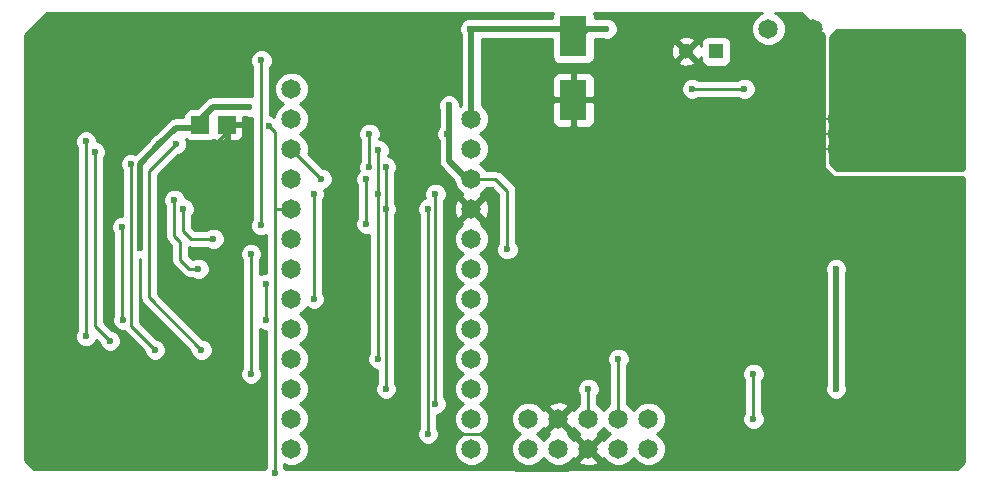
<source format=gbl>
G04 #@! TF.FileFunction,Copper,L2,Bot,Signal*
%FSLAX46Y46*%
G04 Gerber Fmt 4.6, Leading zero omitted, Abs format (unit mm)*
G04 Created by KiCad (PCBNEW 0.201507012246+5852~23~ubuntu14.04.1-product) date Sat 04 Jul 2015 06:56:47 PM CDT*
%MOMM*%
G01*
G04 APERTURE LIST*
%ADD10C,0.100000*%
%ADD11R,1.498600X1.498600*%
%ADD12C,1.651000*%
%ADD13C,1.016000*%
%ADD14R,2.301240X3.500120*%
%ADD15C,1.300000*%
%ADD16R,1.300000X1.300000*%
%ADD17C,0.600000*%
%ADD18C,0.250000*%
%ADD19C,0.500000*%
%ADD20C,0.254000*%
G04 APERTURE END LIST*
D10*
D11*
X83939380Y-119888000D03*
X86240620Y-119888000D03*
D12*
X111760000Y-147320000D03*
X111760000Y-144780000D03*
X114300000Y-147320000D03*
X116840000Y-147320000D03*
X114300000Y-144780000D03*
X116840000Y-144780000D03*
X119380000Y-147320000D03*
X119380000Y-144780000D03*
X121920000Y-147320000D03*
X121920000Y-144780000D03*
D13*
X136525000Y-120650000D03*
X136525000Y-119380000D03*
X136525000Y-121920000D03*
X137541000Y-119380000D03*
X137541000Y-120650000D03*
X137541000Y-121920000D03*
X135509000Y-121920000D03*
X135509000Y-120650000D03*
X135509000Y-119380000D03*
D12*
X132080000Y-111760000D03*
X135890000Y-111760000D03*
X91694000Y-116840000D03*
X91694000Y-119380000D03*
X91694000Y-121920000D03*
X91694000Y-124460000D03*
X91694000Y-127000000D03*
X91694000Y-129540000D03*
X91694000Y-132080000D03*
X91694000Y-134620000D03*
X91694000Y-137160000D03*
X91694000Y-139700000D03*
X91694000Y-142240000D03*
X91694000Y-144780000D03*
X91694000Y-147320000D03*
X106934000Y-147320000D03*
X106934000Y-144780000D03*
X106934000Y-142240000D03*
X106934000Y-139700000D03*
X106934000Y-137160000D03*
X106934000Y-134620000D03*
X106934000Y-132080000D03*
X106934000Y-129540000D03*
X106934000Y-127000000D03*
X106934000Y-124460000D03*
X106934000Y-121920000D03*
X106934000Y-119380000D03*
D14*
X115570000Y-117762020D03*
X115570000Y-112361980D03*
D15*
X125135000Y-113665000D03*
D16*
X127635000Y-113665000D03*
D17*
X88900000Y-145415000D03*
X142875000Y-114935000D03*
X147955000Y-121285000D03*
X76073000Y-148717000D03*
X109474000Y-144780000D03*
X80772000Y-118110000D03*
X82804000Y-118110000D03*
X84074000Y-134366000D03*
X81280000Y-130302000D03*
X87376000Y-125222000D03*
X83058000Y-123698000D03*
X87884000Y-121412000D03*
X72390000Y-118618000D03*
X72390000Y-143383000D03*
X93345000Y-112268000D03*
X97028000Y-133350000D03*
X109474000Y-147574000D03*
X97028000Y-144526000D03*
X105537000Y-116205000D03*
X108458000Y-116205000D03*
X95377000Y-116205000D03*
X137795000Y-147955000D03*
X125095000Y-147955000D03*
X97028000Y-137922000D03*
X101473000Y-130302000D03*
X96901000Y-130302000D03*
X118364000Y-111760000D03*
X106807000Y-111760000D03*
X125603000Y-116840000D03*
X130048000Y-116840000D03*
X116840000Y-142240000D03*
X137795000Y-142240000D03*
X137795000Y-132080000D03*
X104902000Y-120650000D03*
X105029000Y-118237000D03*
X78867000Y-130302000D03*
X88138000Y-118364000D03*
X80518000Y-121539000D03*
X109982000Y-130429000D03*
X89789000Y-120015000D03*
X90297000Y-149352000D03*
X81915000Y-121539000D03*
X84074000Y-138938000D03*
X74295000Y-121285000D03*
X74295000Y-137795000D03*
X76327000Y-138176000D03*
X75057000Y-122174000D03*
X80137000Y-138938000D03*
X78105000Y-123190000D03*
X83820000Y-132080000D03*
X81788000Y-126238000D03*
X82550000Y-127000000D03*
X85090000Y-129540000D03*
X77343000Y-128524000D03*
X77470000Y-136398000D03*
X89535000Y-136398000D03*
X89535000Y-133350000D03*
X89154000Y-128397000D03*
X89154000Y-114427000D03*
X93599000Y-134620000D03*
X93599000Y-125730000D03*
X103886000Y-125730000D03*
X103886000Y-143510000D03*
X103251000Y-127000000D03*
X103251000Y-146050000D03*
X119380000Y-139700000D03*
X98298000Y-123444000D03*
X98298000Y-120650000D03*
X98044000Y-128270000D03*
X98044000Y-124460000D03*
X94234000Y-124460000D03*
X99695000Y-142240000D03*
X99695000Y-123444000D03*
X99695000Y-127000000D03*
X99060000Y-139700000D03*
X99060000Y-122047000D03*
X99060000Y-125730000D03*
X130810000Y-140970000D03*
X88265000Y-140970000D03*
X88265000Y-130810000D03*
X130810000Y-144780000D03*
D18*
X115062000Y-149098000D02*
X116840000Y-147320000D01*
X109728000Y-148082000D02*
X109474000Y-147574000D01*
X110744000Y-149098000D02*
X109728000Y-148082000D01*
X115062000Y-149098000D02*
X110744000Y-149098000D01*
X109474000Y-144780000D02*
X109474000Y-147574000D01*
X86240620Y-119888000D02*
X86240620Y-120515380D01*
X83058000Y-124206000D02*
X84074000Y-125222000D01*
X84074000Y-125222000D02*
X87376000Y-125222000D01*
X86240620Y-120515380D02*
X83058000Y-123698000D01*
X83058000Y-123698000D02*
X83058000Y-124206000D01*
X88138000Y-119888000D02*
X87884000Y-120142000D01*
X87884000Y-120142000D02*
X87884000Y-121412000D01*
X86240620Y-119888000D02*
X88138000Y-119888000D01*
X72517000Y-148082000D02*
X76073000Y-148717000D01*
X72390000Y-147955000D02*
X72390000Y-143383000D01*
X72517000Y-148082000D02*
X72390000Y-147955000D01*
X72390000Y-118618000D02*
X72390000Y-143383000D01*
X95377000Y-114300000D02*
X93345000Y-112268000D01*
X97028000Y-133350000D02*
X97028000Y-131699000D01*
X109474000Y-147574000D02*
X109474000Y-146812000D01*
X99822000Y-147320000D02*
X97028000Y-144526000D01*
X104140000Y-147320000D02*
X99822000Y-147320000D01*
X105410000Y-146050000D02*
X104140000Y-147320000D01*
X108712000Y-146050000D02*
X105410000Y-146050000D01*
X109474000Y-146812000D02*
X108712000Y-146050000D01*
X97028000Y-137922000D02*
X97028000Y-144526000D01*
X97028000Y-133350000D02*
X97028000Y-137922000D01*
X95377000Y-130048000D02*
X95377000Y-116205000D01*
X96964500Y-131635500D02*
X95377000Y-130048000D01*
X97028000Y-131699000D02*
X96964500Y-131635500D01*
X95377000Y-116205000D02*
X95377000Y-114300000D01*
X95377000Y-116205000D02*
X105537000Y-116205000D01*
X137795000Y-147955000D02*
X125095000Y-147955000D01*
X96964500Y-130365500D02*
X96964500Y-131635500D01*
X96964500Y-130365500D02*
X96901000Y-130302000D01*
D19*
X115951000Y-111760000D02*
X116713000Y-111760000D01*
X118364000Y-111760000D02*
X115951000Y-111760000D01*
X116713000Y-111760000D02*
X116111020Y-112361980D01*
X116111020Y-112361980D02*
X115570000Y-112361980D01*
X106807000Y-111760000D02*
X114968020Y-111760000D01*
X114968020Y-111760000D02*
X115570000Y-112361980D01*
X106934000Y-119380000D02*
X106934000Y-111887000D01*
D18*
X106934000Y-111887000D02*
X106807000Y-111760000D01*
X125603000Y-116840000D02*
X130048000Y-116840000D01*
X116840000Y-142240000D02*
X116840000Y-144780000D01*
D19*
X137795000Y-142240000D02*
X137795000Y-132080000D01*
D18*
X104902000Y-120650000D02*
X105029000Y-120650000D01*
D19*
X80518000Y-121539000D02*
X81915000Y-120142000D01*
X81915000Y-120142000D02*
X83685380Y-120142000D01*
D18*
X83685380Y-120142000D02*
X83939380Y-119888000D01*
D19*
X105029000Y-122936000D02*
X105029000Y-120650000D01*
X105029000Y-120650000D02*
X105029000Y-118237000D01*
X106553000Y-124460000D02*
X105029000Y-122936000D01*
D18*
X106934000Y-124460000D02*
X106553000Y-124460000D01*
D19*
X80518000Y-121539000D02*
X78867000Y-123190000D01*
X78867000Y-123190000D02*
X78867000Y-130302000D01*
X83939380Y-119888000D02*
X83939380Y-119514620D01*
X83939380Y-119514620D02*
X85090000Y-118364000D01*
X85090000Y-118364000D02*
X88138000Y-118364000D01*
D18*
X83312000Y-120142000D02*
X83939380Y-119888000D01*
X83566000Y-119888000D02*
X83312000Y-120142000D01*
X83939380Y-119888000D02*
X83566000Y-119888000D01*
X109982000Y-130429000D02*
X109982000Y-125476000D01*
X109982000Y-125476000D02*
X108966000Y-124460000D01*
X108966000Y-124460000D02*
X106934000Y-124460000D01*
X91694000Y-127000000D02*
X90297000Y-127000000D01*
X90297000Y-125603000D02*
X90297000Y-127000000D01*
X90297000Y-127000000D02*
X90297000Y-149352000D01*
X89789000Y-120015000D02*
X90297000Y-120523000D01*
X90297000Y-120523000D02*
X90297000Y-125603000D01*
X79629000Y-123825000D02*
X81915000Y-121539000D01*
X79629000Y-134493000D02*
X79629000Y-123825000D01*
X84074000Y-138938000D02*
X79629000Y-134493000D01*
X74295000Y-137795000D02*
X74295000Y-121285000D01*
X75057000Y-136906000D02*
X76327000Y-138176000D01*
X75057000Y-122174000D02*
X75057000Y-136906000D01*
X78105000Y-136906000D02*
X80137000Y-138938000D01*
X78105000Y-123190000D02*
X78105000Y-136906000D01*
X83058000Y-132080000D02*
X83820000Y-132080000D01*
X81788000Y-129286000D02*
X82296000Y-129794000D01*
X82296000Y-129794000D02*
X82296000Y-131318000D01*
X82296000Y-131318000D02*
X83058000Y-132080000D01*
X81788000Y-126238000D02*
X81788000Y-129286000D01*
X83185000Y-129540000D02*
X85090000Y-129540000D01*
X82550000Y-127000000D02*
X82550000Y-128524000D01*
X82550000Y-128524000D02*
X82550000Y-128905000D01*
X82550000Y-128905000D02*
X83185000Y-129540000D01*
X77343000Y-136271000D02*
X77343000Y-128524000D01*
X77470000Y-136398000D02*
X77343000Y-136271000D01*
X89535000Y-133350000D02*
X89535000Y-136398000D01*
X89154000Y-114427000D02*
X89154000Y-128397000D01*
X93599000Y-125730000D02*
X93599000Y-134620000D01*
X103886000Y-143510000D02*
X103886000Y-125730000D01*
X103251000Y-145288000D02*
X103251000Y-127000000D01*
X103251000Y-146050000D02*
X103251000Y-145288000D01*
X119380000Y-144780000D02*
X119380000Y-139700000D01*
X98298000Y-120650000D02*
X98298000Y-123444000D01*
X98044000Y-127127000D02*
X98044000Y-128270000D01*
X98044000Y-126619000D02*
X98044000Y-127127000D01*
X98044000Y-124460000D02*
X98044000Y-126619000D01*
X94234000Y-124460000D02*
X91694000Y-121920000D01*
X99695000Y-127000000D02*
X99695000Y-127381000D01*
X99695000Y-127889000D02*
X99695000Y-142240000D01*
X99695000Y-127381000D02*
X99695000Y-127889000D01*
X99695000Y-127000000D02*
X99695000Y-123444000D01*
X99060000Y-125730000D02*
X99060000Y-139700000D01*
X99060000Y-125730000D02*
X99060000Y-122047000D01*
X130810000Y-140970000D02*
X130810000Y-144780000D01*
X88265000Y-140970000D02*
X88265000Y-130810000D01*
D20*
G36*
X148667000Y-112297736D02*
X148667000Y-123568394D01*
X148537394Y-123698000D01*
X137847605Y-123698000D01*
X137287000Y-123137394D01*
X137287000Y-112447605D01*
X137847605Y-111887000D01*
X148256264Y-111887000D01*
X148667000Y-112297736D01*
X148667000Y-112297736D01*
G37*
X148667000Y-112297736D02*
X148667000Y-123568394D01*
X148537394Y-123698000D01*
X137847605Y-123698000D01*
X137287000Y-123137394D01*
X137287000Y-112447605D01*
X137847605Y-111887000D01*
X148256264Y-111887000D01*
X148667000Y-112297736D01*
G36*
X113771940Y-110611920D02*
X113771940Y-110875000D01*
X107113822Y-110875000D01*
X106993799Y-110825162D01*
X106621833Y-110824838D01*
X106278057Y-110966883D01*
X106014808Y-111229673D01*
X105872162Y-111573201D01*
X105871838Y-111945167D01*
X106013883Y-112288943D01*
X106049000Y-112324121D01*
X106049000Y-118199798D01*
X105963959Y-118284690D01*
X105964162Y-118051833D01*
X105822117Y-117708057D01*
X105559327Y-117444808D01*
X105215799Y-117302162D01*
X104843833Y-117301838D01*
X104500057Y-117443883D01*
X104236808Y-117706673D01*
X104094162Y-118050201D01*
X104093838Y-118422167D01*
X104144000Y-118543569D01*
X104144000Y-120085541D01*
X104109808Y-120119673D01*
X103967162Y-120463201D01*
X103966838Y-120835167D01*
X104108883Y-121178943D01*
X104144000Y-121214121D01*
X104144000Y-122935995D01*
X104143999Y-122936000D01*
X104194524Y-123190000D01*
X104211367Y-123274675D01*
X104279604Y-123376799D01*
X104403210Y-123561790D01*
X105473349Y-124631929D01*
X105473247Y-124749237D01*
X105695126Y-125286226D01*
X106105613Y-125697430D01*
X106168366Y-125723487D01*
X106164656Y-125725024D01*
X106087390Y-125973785D01*
X106934000Y-126820395D01*
X107780610Y-125973785D01*
X107703344Y-125725024D01*
X107699926Y-125723789D01*
X107760226Y-125698874D01*
X108171430Y-125288387D01*
X108199827Y-125220000D01*
X108651198Y-125220000D01*
X109222000Y-125790802D01*
X109222000Y-129866537D01*
X109189808Y-129898673D01*
X109047162Y-130242201D01*
X109046838Y-130614167D01*
X109188883Y-130957943D01*
X109451673Y-131221192D01*
X109795201Y-131363838D01*
X110167167Y-131364162D01*
X110354197Y-131286883D01*
X137266057Y-131286883D01*
X137002808Y-131549673D01*
X136860162Y-131893201D01*
X136859838Y-132265167D01*
X136910000Y-132386569D01*
X136910000Y-141933178D01*
X136860162Y-142053201D01*
X136859838Y-142425167D01*
X137001883Y-142768943D01*
X137264673Y-143032192D01*
X137608201Y-143174838D01*
X137980167Y-143175162D01*
X138323943Y-143033117D01*
X138587192Y-142770327D01*
X138729838Y-142426799D01*
X138730162Y-142054833D01*
X138680000Y-141933431D01*
X138680000Y-132386822D01*
X138729838Y-132266799D01*
X138730162Y-131894833D01*
X138588117Y-131551057D01*
X138325327Y-131287808D01*
X137981799Y-131145162D01*
X137609833Y-131144838D01*
X137266057Y-131286883D01*
X110354197Y-131286883D01*
X110510943Y-131222117D01*
X110774192Y-130959327D01*
X110916838Y-130615799D01*
X110917162Y-130243833D01*
X110775117Y-129900057D01*
X110742000Y-129866882D01*
X110742000Y-125476000D01*
X110684148Y-125185161D01*
X110519401Y-124938599D01*
X109503401Y-123922599D01*
X109256839Y-123757852D01*
X108966000Y-123700000D01*
X108200238Y-123700000D01*
X108172874Y-123633774D01*
X107762387Y-123222570D01*
X107684421Y-123190196D01*
X107760226Y-123158874D01*
X108171430Y-122748387D01*
X108394246Y-122211786D01*
X108394753Y-121630763D01*
X108172874Y-121093774D01*
X107762387Y-120682570D01*
X107684421Y-120650196D01*
X107760226Y-120618874D01*
X108171430Y-120208387D01*
X108394246Y-119671786D01*
X108394753Y-119090763D01*
X108172874Y-118553774D01*
X107819000Y-118199282D01*
X107819000Y-117889020D01*
X113943130Y-117889020D01*
X113784380Y-118047770D01*
X113784380Y-119638389D01*
X113881053Y-119871778D01*
X114059681Y-120050407D01*
X114293070Y-120147080D01*
X115284250Y-120147080D01*
X115443000Y-119988330D01*
X115443000Y-117889020D01*
X115697000Y-117889020D01*
X115697000Y-119988330D01*
X115855750Y-120147080D01*
X116846930Y-120147080D01*
X117080319Y-120050407D01*
X117258947Y-119871778D01*
X117355620Y-119638389D01*
X117355620Y-118047770D01*
X117196870Y-117889020D01*
X115697000Y-117889020D01*
X115443000Y-117889020D01*
X115443000Y-117889020D01*
X113943130Y-117889020D01*
X107819000Y-117889020D01*
X107819000Y-117774838D01*
X125416201Y-117774838D01*
X125788167Y-117775162D01*
X126131943Y-117633117D01*
X126165118Y-117600000D01*
X129485537Y-117600000D01*
X129517673Y-117632192D01*
X129861201Y-117774838D01*
X130233167Y-117775162D01*
X130576943Y-117633117D01*
X130840192Y-117370327D01*
X130982838Y-117026799D01*
X130983162Y-116654833D01*
X130841117Y-116311057D01*
X130578327Y-116047808D01*
X130234799Y-115905162D01*
X129862833Y-115904838D01*
X129519057Y-116046883D01*
X129485882Y-116080000D01*
X126165463Y-116080000D01*
X126133327Y-116047808D01*
X125789799Y-115905162D01*
X125417833Y-115904838D01*
X117355620Y-115904838D01*
X117355620Y-115885651D01*
X117258947Y-115652262D01*
X117080319Y-115473633D01*
X116846930Y-115376960D01*
X115855750Y-115376960D01*
X115697000Y-115535710D01*
X115697000Y-117635020D01*
X117196870Y-117635020D01*
X117355620Y-117476270D01*
X117355620Y-115904838D01*
X125417833Y-115904838D01*
X117355620Y-115904838D01*
X117355620Y-115904838D01*
X125417833Y-115904838D01*
X125074057Y-116046883D01*
X124810808Y-116309673D01*
X124668162Y-116653201D01*
X124667838Y-117025167D01*
X124809883Y-117368943D01*
X125072673Y-117632192D01*
X125416201Y-117774838D01*
X107819000Y-117774838D01*
X107819000Y-115376960D01*
X114293070Y-115376960D01*
X114059681Y-115473633D01*
X113881053Y-115652262D01*
X113784380Y-115885651D01*
X113784380Y-117476270D01*
X113943130Y-117635020D01*
X115443000Y-117635020D01*
X115443000Y-115535710D01*
X115284250Y-115376960D01*
X114293070Y-115376960D01*
X107819000Y-115376960D01*
X107819000Y-112645000D01*
X113771940Y-112645000D01*
X113771940Y-114112040D01*
X113818917Y-114354163D01*
X113958707Y-114566967D01*
X114169740Y-114709417D01*
X114419380Y-114759480D01*
X116720620Y-114759480D01*
X116962743Y-114712503D01*
X117175547Y-114572713D01*
X117181418Y-114564016D01*
X124415590Y-114564016D01*
X124471271Y-114794611D01*
X124954078Y-114962622D01*
X125464428Y-114933083D01*
X125798729Y-114794611D01*
X125854410Y-114564016D01*
X125674804Y-114384410D01*
X126034016Y-114384410D01*
X126264611Y-114328729D01*
X126337560Y-114119098D01*
X126337560Y-114315000D01*
X126384537Y-114557123D01*
X126524327Y-114769927D01*
X126735360Y-114912377D01*
X126985000Y-114962440D01*
X128285000Y-114962440D01*
X128527123Y-114915463D01*
X128739927Y-114775673D01*
X128882377Y-114564640D01*
X128932440Y-114315000D01*
X128932440Y-113015000D01*
X128885463Y-112772877D01*
X128745673Y-112560073D01*
X128534640Y-112417623D01*
X128285000Y-112367560D01*
X126985000Y-112367560D01*
X125316445Y-112367560D01*
X125315922Y-112367378D01*
X124805572Y-112396917D01*
X124471271Y-112535389D01*
X124415590Y-112765984D01*
X125135000Y-113485395D01*
X125854410Y-112765984D01*
X125798729Y-112535389D01*
X125316445Y-112367560D01*
X126985000Y-112367560D01*
X125316445Y-112367560D01*
X125316445Y-112367560D01*
X126985000Y-112367560D01*
X126742877Y-112414537D01*
X126530073Y-112554327D01*
X126387623Y-112765360D01*
X126337560Y-113015000D01*
X126337560Y-113177385D01*
X126264611Y-113001271D01*
X126034016Y-112945590D01*
X125314605Y-113665000D01*
X124955395Y-113665000D01*
X124955395Y-113665000D01*
X124235984Y-112945590D01*
X124005389Y-113001271D01*
X123837378Y-113484078D01*
X123866917Y-113994428D01*
X124005389Y-114328729D01*
X124235984Y-114384410D01*
X124955395Y-113665000D01*
X125314605Y-113665000D01*
X124955395Y-113665000D01*
X124955395Y-113665000D01*
X125314605Y-113665000D01*
X126034016Y-114384410D01*
X125674804Y-114384410D01*
X125135000Y-113844605D01*
X124415590Y-114564016D01*
X117181418Y-114564016D01*
X117317997Y-114361680D01*
X117368060Y-114112040D01*
X117368060Y-112645000D01*
X118057178Y-112645000D01*
X118177201Y-112694838D01*
X118549167Y-112695162D01*
X118892943Y-112553117D01*
X119156192Y-112290327D01*
X119298838Y-111946799D01*
X119299162Y-111574833D01*
X119157117Y-111231057D01*
X118894327Y-110967808D01*
X118550799Y-110825162D01*
X118178833Y-110824838D01*
X118057431Y-110875000D01*
X117368060Y-110875000D01*
X117368060Y-110611920D01*
X117329465Y-110413000D01*
X131515459Y-110413000D01*
X131253774Y-110521126D01*
X130842570Y-110931613D01*
X130619754Y-111468214D01*
X130619247Y-112049237D01*
X130841126Y-112586226D01*
X131251613Y-112997430D01*
X131788214Y-113220246D01*
X132369237Y-113220753D01*
X132906226Y-112998874D01*
X133317430Y-112588387D01*
X133540246Y-112051786D01*
X133540753Y-111470763D01*
X133318874Y-110933774D01*
X132908387Y-110522570D01*
X132644513Y-110413000D01*
X134871394Y-110413000D01*
X136779000Y-112320606D01*
X136779000Y-123443994D01*
X136778999Y-123444000D01*
X136788667Y-123492601D01*
X136816197Y-123533803D01*
X137578194Y-124295799D01*
X137578197Y-124295803D01*
X137578198Y-124295803D01*
X137619399Y-124323333D01*
X137668000Y-124333001D01*
X137668000Y-124333000D01*
X148537394Y-124333000D01*
X148667000Y-124462606D01*
X148667000Y-148433264D01*
X148052264Y-149048000D01*
X91183061Y-149048000D01*
X91090117Y-148823057D01*
X91059454Y-148792340D01*
X116617131Y-148792340D01*
X117197535Y-148765553D01*
X117609344Y-148594976D01*
X117686610Y-148346215D01*
X116840000Y-147499605D01*
X115993390Y-148346215D01*
X115339256Y-148346215D01*
X115537430Y-148148387D01*
X115563487Y-148085634D01*
X115565024Y-148089344D01*
X115813785Y-148166610D01*
X116660395Y-147320000D01*
X115813785Y-146473390D01*
X115565024Y-146550656D01*
X115563789Y-146554074D01*
X115538874Y-146493774D01*
X115128387Y-146082570D01*
X115065634Y-146056513D01*
X115069344Y-146054976D01*
X115146610Y-145806215D01*
X114300000Y-144959605D01*
X113453390Y-145806215D01*
X113530656Y-146054976D01*
X113534074Y-146056211D01*
X113473774Y-146081126D01*
X113062570Y-146491613D01*
X113030196Y-146569579D01*
X112998874Y-146493774D01*
X112588387Y-146082570D01*
X112510421Y-146050196D01*
X112586226Y-146018874D01*
X112997430Y-145608387D01*
X113023487Y-145545634D01*
X113025024Y-145549344D01*
X113273785Y-145626610D01*
X114120395Y-144780000D01*
X114479605Y-144780000D01*
X115326215Y-145626610D01*
X115574976Y-145549344D01*
X115576211Y-145545926D01*
X115601126Y-145606226D01*
X116011613Y-146017430D01*
X116074366Y-146043487D01*
X116070656Y-146045024D01*
X115993390Y-146293785D01*
X116840000Y-147140395D01*
X117686610Y-146293785D01*
X117609344Y-146045024D01*
X117605926Y-146043789D01*
X117666226Y-146018874D01*
X118077430Y-145608387D01*
X118109804Y-145530421D01*
X118141126Y-145606226D01*
X118551613Y-146017430D01*
X118629579Y-146049804D01*
X118553774Y-146081126D01*
X118142570Y-146491613D01*
X118116513Y-146554366D01*
X118114976Y-146550656D01*
X117866215Y-146473390D01*
X117019605Y-147320000D01*
X117866215Y-148166610D01*
X118114976Y-148089344D01*
X118116211Y-148085926D01*
X118141126Y-148146226D01*
X118551613Y-148557430D01*
X119088214Y-148780246D01*
X119669237Y-148780753D01*
X120206226Y-148558874D01*
X120617430Y-148148387D01*
X120649804Y-148070421D01*
X120681126Y-148146226D01*
X121091613Y-148557430D01*
X121628214Y-148780246D01*
X122209237Y-148780753D01*
X122746226Y-148558874D01*
X123157430Y-148148387D01*
X123380246Y-147611786D01*
X123380753Y-147030763D01*
X123158874Y-146493774D01*
X122748387Y-146082570D01*
X122670421Y-146050196D01*
X122746226Y-146018874D01*
X123157430Y-145608387D01*
X123380246Y-145071786D01*
X123380753Y-144490763D01*
X123158874Y-143953774D01*
X122748387Y-143542570D01*
X122211786Y-143319754D01*
X121630763Y-143319247D01*
X121093774Y-143541126D01*
X120682570Y-143951613D01*
X120650196Y-144029579D01*
X120618874Y-143953774D01*
X120208387Y-143542570D01*
X120140000Y-143514173D01*
X120140000Y-140262463D01*
X120172192Y-140230327D01*
X120194384Y-140176883D01*
X130281057Y-140176883D01*
X130017808Y-140439673D01*
X129875162Y-140783201D01*
X129874838Y-141155167D01*
X130016883Y-141498943D01*
X130050000Y-141532118D01*
X130050000Y-144217537D01*
X130017808Y-144249673D01*
X129875162Y-144593201D01*
X129874838Y-144965167D01*
X130016883Y-145308943D01*
X130279673Y-145572192D01*
X130623201Y-145714838D01*
X130995167Y-145715162D01*
X131338943Y-145573117D01*
X131602192Y-145310327D01*
X131744838Y-144966799D01*
X131745162Y-144594833D01*
X131603117Y-144251057D01*
X131570000Y-144217882D01*
X131570000Y-141532463D01*
X131602192Y-141500327D01*
X131744838Y-141156799D01*
X131745162Y-140784833D01*
X131603117Y-140441057D01*
X131340327Y-140177808D01*
X130996799Y-140035162D01*
X130624833Y-140034838D01*
X130281057Y-140176883D01*
X120194384Y-140176883D01*
X120314838Y-139886799D01*
X120315162Y-139514833D01*
X120173117Y-139171057D01*
X119910327Y-138907808D01*
X119566799Y-138765162D01*
X119194833Y-138764838D01*
X118851057Y-138906883D01*
X108186554Y-138906883D01*
X108172874Y-138873774D01*
X107762387Y-138462570D01*
X107684421Y-138430196D01*
X107760226Y-138398874D01*
X108171430Y-137988387D01*
X108394246Y-137451786D01*
X108394753Y-136870763D01*
X108172874Y-136333774D01*
X107762387Y-135922570D01*
X107684421Y-135890196D01*
X107760226Y-135858874D01*
X108171430Y-135448387D01*
X108394246Y-134911786D01*
X108394753Y-134330763D01*
X108172874Y-133793774D01*
X107762387Y-133382570D01*
X107684421Y-133350196D01*
X107760226Y-133318874D01*
X108171430Y-132908387D01*
X108394246Y-132371786D01*
X108394753Y-131790763D01*
X108172874Y-131253774D01*
X107762387Y-130842570D01*
X107684421Y-130810196D01*
X107760226Y-130778874D01*
X108171430Y-130368387D01*
X108394246Y-129831786D01*
X108394753Y-129250763D01*
X108172874Y-128713774D01*
X107762387Y-128302570D01*
X107699634Y-128276513D01*
X107703344Y-128274976D01*
X107780610Y-128026215D01*
X106934000Y-127179605D01*
X106087390Y-128026215D01*
X106164656Y-128274976D01*
X106168074Y-128276211D01*
X106107774Y-128301126D01*
X105696570Y-128711613D01*
X105473754Y-129248214D01*
X105473247Y-129829237D01*
X105695126Y-130366226D01*
X106105613Y-130777430D01*
X106183579Y-130809804D01*
X106107774Y-130841126D01*
X105696570Y-131251613D01*
X105473754Y-131788214D01*
X105473247Y-132369237D01*
X105695126Y-132906226D01*
X106105613Y-133317430D01*
X106183579Y-133349804D01*
X106107774Y-133381126D01*
X105696570Y-133791613D01*
X105473754Y-134328214D01*
X105473247Y-134909237D01*
X105695126Y-135446226D01*
X106105613Y-135857430D01*
X106183579Y-135889804D01*
X106107774Y-135921126D01*
X105696570Y-136331613D01*
X105473754Y-136868214D01*
X105473247Y-137449237D01*
X105695126Y-137986226D01*
X106105613Y-138397430D01*
X106183579Y-138429804D01*
X106107774Y-138461126D01*
X105696570Y-138871613D01*
X105473754Y-139408214D01*
X105473247Y-139989237D01*
X105695126Y-140526226D01*
X106105613Y-140937430D01*
X106183579Y-140969804D01*
X106107774Y-141001126D01*
X105696570Y-141411613D01*
X105473754Y-141948214D01*
X105473247Y-142529237D01*
X105695126Y-143066226D01*
X106105613Y-143477430D01*
X106183579Y-143509804D01*
X106107774Y-143541126D01*
X105696570Y-143951613D01*
X105473754Y-144488214D01*
X105473247Y-145069237D01*
X105695126Y-145606226D01*
X106105613Y-146017430D01*
X106183579Y-146049804D01*
X106107774Y-146081126D01*
X105696570Y-146491613D01*
X105473754Y-147028214D01*
X105473247Y-147609237D01*
X105695126Y-148146226D01*
X106105613Y-148557430D01*
X106642214Y-148780246D01*
X107223237Y-148780753D01*
X107760226Y-148558874D01*
X108171430Y-148148387D01*
X108394246Y-147611786D01*
X108394753Y-147030763D01*
X108172874Y-146493774D01*
X107762387Y-146082570D01*
X107684421Y-146050196D01*
X107760226Y-146018874D01*
X108171430Y-145608387D01*
X108394246Y-145071786D01*
X108394753Y-144490763D01*
X108172874Y-143953774D01*
X107762387Y-143542570D01*
X107684421Y-143510196D01*
X107760226Y-143478874D01*
X108171430Y-143068387D01*
X108394246Y-142531786D01*
X108394753Y-141950763D01*
X108172874Y-141413774D01*
X107762387Y-141002570D01*
X107684421Y-140970196D01*
X107760226Y-140938874D01*
X108171430Y-140528387D01*
X108394246Y-139991786D01*
X108394753Y-139410763D01*
X108186554Y-138906883D01*
X118851057Y-138906883D01*
X108186554Y-138906883D01*
X108186554Y-138906883D01*
X118851057Y-138906883D01*
X118587808Y-139169673D01*
X118445162Y-139513201D01*
X118444838Y-139885167D01*
X118586883Y-140228943D01*
X118620000Y-140262118D01*
X118620000Y-143513762D01*
X118553774Y-143541126D01*
X118142570Y-143951613D01*
X118110196Y-144029579D01*
X118078874Y-143953774D01*
X117668387Y-143542570D01*
X117600000Y-143514173D01*
X117600000Y-142802463D01*
X117632192Y-142770327D01*
X117774838Y-142426799D01*
X117775162Y-142054833D01*
X117633117Y-141711057D01*
X117370327Y-141447808D01*
X117026799Y-141305162D01*
X116654833Y-141304838D01*
X116311057Y-141446883D01*
X116047808Y-141709673D01*
X115905162Y-142053201D01*
X115904838Y-142425167D01*
X116046883Y-142768943D01*
X116080000Y-142802118D01*
X116080000Y-143513762D01*
X115072058Y-143513762D01*
X115069344Y-143505024D01*
X114522869Y-143307660D01*
X113942465Y-143334447D01*
X113530656Y-143505024D01*
X113453390Y-143753785D01*
X114300000Y-144600395D01*
X115146610Y-143753785D01*
X115072058Y-143513762D01*
X116080000Y-143513762D01*
X115072058Y-143513762D01*
X115072058Y-143513762D01*
X116080000Y-143513762D01*
X116013774Y-143541126D01*
X115602570Y-143951613D01*
X115576513Y-144014366D01*
X115574976Y-144010656D01*
X115326215Y-143933390D01*
X114479605Y-144780000D01*
X114120395Y-144780000D01*
X114120395Y-144780000D01*
X113273785Y-143933390D01*
X113025024Y-144010656D01*
X113023789Y-144014074D01*
X112998874Y-143953774D01*
X112588387Y-143542570D01*
X112051786Y-143319754D01*
X111470763Y-143319247D01*
X110933774Y-143541126D01*
X110522570Y-143951613D01*
X110299754Y-144488214D01*
X110299247Y-145069237D01*
X110521126Y-145606226D01*
X110931613Y-146017430D01*
X111009579Y-146049804D01*
X110933774Y-146081126D01*
X110522570Y-146491613D01*
X110299754Y-147028214D01*
X110299247Y-147609237D01*
X110521126Y-148146226D01*
X110931613Y-148557430D01*
X111468214Y-148780246D01*
X112049237Y-148780753D01*
X112586226Y-148558874D01*
X112997430Y-148148387D01*
X113029804Y-148070421D01*
X113061126Y-148146226D01*
X113471613Y-148557430D01*
X114008214Y-148780246D01*
X114589237Y-148780753D01*
X115126226Y-148558874D01*
X115339256Y-148346215D01*
X115993390Y-148346215D01*
X115339256Y-148346215D01*
X115339256Y-148346215D01*
X115993390Y-148346215D01*
X116070656Y-148594976D01*
X116617131Y-148792340D01*
X91059454Y-148792340D01*
X91057000Y-148789882D01*
X91057000Y-148636901D01*
X91402214Y-148780246D01*
X91983237Y-148780753D01*
X92520226Y-148558874D01*
X92931430Y-148148387D01*
X93154246Y-147611786D01*
X93154753Y-147030763D01*
X92932874Y-146493774D01*
X92522387Y-146082570D01*
X92444421Y-146050196D01*
X92520226Y-146018874D01*
X92931430Y-145608387D01*
X92981611Y-145487537D01*
X102491000Y-145487537D01*
X102458808Y-145519673D01*
X102316162Y-145863201D01*
X102315838Y-146235167D01*
X102457883Y-146578943D01*
X102720673Y-146842192D01*
X103064201Y-146984838D01*
X103436167Y-146985162D01*
X103779943Y-146843117D01*
X104043192Y-146580327D01*
X104185838Y-146236799D01*
X104186162Y-145864833D01*
X104044117Y-145521057D01*
X104011000Y-145487882D01*
X104011000Y-144445110D01*
X104071167Y-144445162D01*
X104414943Y-144303117D01*
X104678192Y-144040327D01*
X104820838Y-143696799D01*
X104821162Y-143324833D01*
X104679117Y-142981057D01*
X104646000Y-142947882D01*
X104646000Y-126292463D01*
X104678192Y-126260327D01*
X104690513Y-126230656D01*
X105659024Y-126230656D01*
X105461660Y-126777131D01*
X105488447Y-127357535D01*
X105659024Y-127769344D01*
X105907785Y-127846610D01*
X106754395Y-127000000D01*
X107113605Y-127000000D01*
X107960215Y-127846610D01*
X108208976Y-127769344D01*
X108406340Y-127222869D01*
X108379553Y-126642465D01*
X108208976Y-126230656D01*
X107960215Y-126153390D01*
X107113605Y-127000000D01*
X106754395Y-127000000D01*
X106754395Y-127000000D01*
X105907785Y-126153390D01*
X105659024Y-126230656D01*
X104690513Y-126230656D01*
X104820838Y-125916799D01*
X104821162Y-125544833D01*
X104679117Y-125201057D01*
X104416327Y-124937808D01*
X104072799Y-124795162D01*
X103700833Y-124794838D01*
X103357057Y-124936883D01*
X100455000Y-124936883D01*
X100455000Y-124006463D01*
X100487192Y-123974327D01*
X100629838Y-123630799D01*
X100630162Y-123258833D01*
X100488117Y-122915057D01*
X100225327Y-122651808D01*
X99881799Y-122509162D01*
X99880497Y-122509161D01*
X99994838Y-122233799D01*
X99995162Y-121861833D01*
X99853117Y-121518057D01*
X99590327Y-121254808D01*
X99246799Y-121112162D01*
X99118543Y-121112050D01*
X99232838Y-120836799D01*
X99233162Y-120464833D01*
X99091117Y-120121057D01*
X98828327Y-119857808D01*
X98484799Y-119715162D01*
X98112833Y-119714838D01*
X97769057Y-119856883D01*
X97505808Y-120119673D01*
X97363162Y-120463201D01*
X97362838Y-120835167D01*
X97504883Y-121178943D01*
X97538000Y-121212118D01*
X97538000Y-122881537D01*
X97505808Y-122913673D01*
X97363162Y-123257201D01*
X97362838Y-123629167D01*
X97418322Y-123763449D01*
X97251808Y-123929673D01*
X97109162Y-124273201D01*
X97108838Y-124645167D01*
X97250883Y-124988943D01*
X97284000Y-125022118D01*
X97284000Y-127707537D01*
X97251808Y-127739673D01*
X97109162Y-128083201D01*
X97108838Y-128455167D01*
X97250883Y-128798943D01*
X97513673Y-129062192D01*
X97857201Y-129204838D01*
X98229167Y-129205162D01*
X98300000Y-129175894D01*
X98300000Y-139137537D01*
X98267808Y-139169673D01*
X98125162Y-139513201D01*
X98124838Y-139885167D01*
X98266883Y-140228943D01*
X98529673Y-140492192D01*
X98873201Y-140634838D01*
X98935000Y-140634892D01*
X98935000Y-141677537D01*
X98902808Y-141709673D01*
X98760162Y-142053201D01*
X98759838Y-142425167D01*
X98901883Y-142768943D01*
X99164673Y-143032192D01*
X99508201Y-143174838D01*
X99880167Y-143175162D01*
X100223943Y-143033117D01*
X100487192Y-142770327D01*
X100629838Y-142426799D01*
X100630162Y-142054833D01*
X100488117Y-141711057D01*
X100455000Y-141677882D01*
X100455000Y-127562463D01*
X100487192Y-127530327D01*
X100629838Y-127186799D01*
X100630162Y-126814833D01*
X100488117Y-126471057D01*
X100455000Y-126437882D01*
X100455000Y-124936883D01*
X103357057Y-124936883D01*
X100455000Y-124936883D01*
X100455000Y-124936883D01*
X103357057Y-124936883D01*
X103093808Y-125199673D01*
X102951162Y-125543201D01*
X102950838Y-125915167D01*
X103020432Y-126083597D01*
X102722057Y-126206883D01*
X102458808Y-126469673D01*
X102316162Y-126813201D01*
X102315838Y-127185167D01*
X102457883Y-127528943D01*
X102491000Y-127562118D01*
X102491000Y-145487537D01*
X92981611Y-145487537D01*
X93154246Y-145071786D01*
X93154753Y-144490763D01*
X92932874Y-143953774D01*
X92522387Y-143542570D01*
X92444421Y-143510196D01*
X92520226Y-143478874D01*
X92931430Y-143068387D01*
X93154246Y-142531786D01*
X93154753Y-141950763D01*
X92932874Y-141413774D01*
X92522387Y-141002570D01*
X92444421Y-140970196D01*
X92520226Y-140938874D01*
X92931430Y-140528387D01*
X93154246Y-139991786D01*
X93154753Y-139410763D01*
X92932874Y-138873774D01*
X92522387Y-138462570D01*
X92444421Y-138430196D01*
X92520226Y-138398874D01*
X92931430Y-137988387D01*
X93154246Y-137451786D01*
X93154753Y-136870763D01*
X92932874Y-136333774D01*
X92522387Y-135922570D01*
X92444421Y-135890196D01*
X92520226Y-135858874D01*
X92931430Y-135448387D01*
X92982362Y-135325730D01*
X93068673Y-135412192D01*
X93412201Y-135554838D01*
X93784167Y-135555162D01*
X94127943Y-135413117D01*
X94391192Y-135150327D01*
X94533838Y-134806799D01*
X94534162Y-134434833D01*
X94392117Y-134091057D01*
X94359000Y-134057882D01*
X94359000Y-126292463D01*
X94391192Y-126260327D01*
X94533838Y-125916799D01*
X94534162Y-125544833D01*
X94464568Y-125376403D01*
X94762943Y-125253117D01*
X95026192Y-124990327D01*
X95168838Y-124646799D01*
X95169162Y-124274833D01*
X95027117Y-123931057D01*
X94764327Y-123667808D01*
X94420799Y-123525162D01*
X94373923Y-123525121D01*
X93126766Y-122277964D01*
X93154246Y-122211786D01*
X93154753Y-121630763D01*
X92932874Y-121093774D01*
X92522387Y-120682570D01*
X92444421Y-120650196D01*
X92520226Y-120618874D01*
X92931430Y-120208387D01*
X93154246Y-119671786D01*
X93154753Y-119090763D01*
X92932874Y-118553774D01*
X92522387Y-118142570D01*
X92444421Y-118110196D01*
X92520226Y-118078874D01*
X92931430Y-117668387D01*
X93154246Y-117131786D01*
X93154753Y-116550763D01*
X92932874Y-116013774D01*
X92522387Y-115602570D01*
X91985786Y-115379754D01*
X91404763Y-115379247D01*
X90867774Y-115601126D01*
X90456570Y-116011613D01*
X90233754Y-116548214D01*
X90233247Y-117129237D01*
X90455126Y-117666226D01*
X90865613Y-118077430D01*
X90943579Y-118109804D01*
X90867774Y-118141126D01*
X90456570Y-118551613D01*
X90233754Y-119088214D01*
X90233668Y-119187239D01*
X89975799Y-119080162D01*
X89914000Y-119080108D01*
X89914000Y-114989463D01*
X89946192Y-114957327D01*
X90088838Y-114613799D01*
X90089162Y-114241833D01*
X89947117Y-113898057D01*
X89684327Y-113634808D01*
X89340799Y-113492162D01*
X88968833Y-113491838D01*
X88625057Y-113633883D01*
X88361808Y-113896673D01*
X88219162Y-114240201D01*
X88218838Y-114612167D01*
X88360883Y-114955943D01*
X88394000Y-114989118D01*
X88394000Y-117457897D01*
X88324799Y-117429162D01*
X87952833Y-117428838D01*
X87831431Y-117479000D01*
X85090000Y-117479000D01*
X84751325Y-117546367D01*
X84464210Y-117738210D01*
X84464208Y-117738213D01*
X83711160Y-118491260D01*
X83190080Y-118491260D01*
X82947957Y-118538237D01*
X82735153Y-118678027D01*
X82592703Y-118889060D01*
X82542640Y-119138700D01*
X82542640Y-119257000D01*
X81915000Y-119257000D01*
X81576325Y-119324367D01*
X81289210Y-119516210D01*
X81289208Y-119516213D01*
X80109164Y-120696256D01*
X79989057Y-120745883D01*
X79725808Y-121008673D01*
X79675434Y-121129987D01*
X78474425Y-122330995D01*
X78291799Y-122255162D01*
X77919833Y-122254838D01*
X77576057Y-122396883D01*
X77312808Y-122659673D01*
X77170162Y-123003201D01*
X77169838Y-123375167D01*
X77311883Y-123718943D01*
X77345000Y-123752118D01*
X77345000Y-127589001D01*
X77157833Y-127588838D01*
X76814057Y-127730883D01*
X76550808Y-127993673D01*
X76408162Y-128337201D01*
X76407838Y-128709167D01*
X76549883Y-129052943D01*
X76583000Y-129086118D01*
X76583000Y-136095995D01*
X76535162Y-136211201D01*
X76534838Y-136583167D01*
X76676883Y-136926943D01*
X76939673Y-137190192D01*
X77283201Y-137332838D01*
X77493846Y-137333021D01*
X77567599Y-137443401D01*
X79201878Y-139077680D01*
X79201838Y-139123167D01*
X79343883Y-139466943D01*
X79606673Y-139730192D01*
X79950201Y-139872838D01*
X80322167Y-139873162D01*
X80665943Y-139731117D01*
X80929192Y-139468327D01*
X81071838Y-139124799D01*
X81072162Y-138752833D01*
X80930117Y-138409057D01*
X80667327Y-138145808D01*
X80323799Y-138003162D01*
X80276923Y-138003121D01*
X78865000Y-136591198D01*
X78865000Y-131236999D01*
X78869000Y-131237002D01*
X78869000Y-134493000D01*
X78926852Y-134783839D01*
X79091599Y-135030401D01*
X83138878Y-139077680D01*
X83138838Y-139123167D01*
X83280883Y-139466943D01*
X83543673Y-139730192D01*
X83887201Y-139872838D01*
X84259167Y-139873162D01*
X84602943Y-139731117D01*
X84866192Y-139468327D01*
X85008838Y-139124799D01*
X85009162Y-138752833D01*
X84867117Y-138409057D01*
X84604327Y-138145808D01*
X84260799Y-138003162D01*
X84213923Y-138003121D01*
X80389000Y-134178198D01*
X80389000Y-125444883D01*
X81259057Y-125444883D01*
X80995808Y-125707673D01*
X80853162Y-126051201D01*
X80852838Y-126423167D01*
X80994883Y-126766943D01*
X81028000Y-126800118D01*
X81028000Y-129286000D01*
X81085852Y-129576839D01*
X81250599Y-129823401D01*
X81536000Y-130108802D01*
X81536000Y-131318000D01*
X81593852Y-131608839D01*
X81758599Y-131855401D01*
X82520599Y-132617401D01*
X82767161Y-132782148D01*
X83058000Y-132840000D01*
X83257537Y-132840000D01*
X83289673Y-132872192D01*
X83633201Y-133014838D01*
X84005167Y-133015162D01*
X84348943Y-132873117D01*
X84612192Y-132610327D01*
X84754838Y-132266799D01*
X84755162Y-131894833D01*
X84613117Y-131551057D01*
X84350327Y-131287808D01*
X84006799Y-131145162D01*
X83634833Y-131144838D01*
X83325467Y-131272665D01*
X83056000Y-131003198D01*
X83056000Y-130274340D01*
X83185000Y-130300000D01*
X84527537Y-130300000D01*
X84559673Y-130332192D01*
X84903201Y-130474838D01*
X85275167Y-130475162D01*
X85618943Y-130333117D01*
X85882192Y-130070327D01*
X86024838Y-129726799D01*
X86025162Y-129354833D01*
X85883117Y-129011057D01*
X85620327Y-128747808D01*
X85276799Y-128605162D01*
X84904833Y-128604838D01*
X84561057Y-128746883D01*
X84527882Y-128780000D01*
X83499802Y-128780000D01*
X83310000Y-128590198D01*
X83310000Y-127562463D01*
X83342192Y-127530327D01*
X83484838Y-127186799D01*
X83485162Y-126814833D01*
X83343117Y-126471057D01*
X83080327Y-126207808D01*
X82736799Y-126065162D01*
X82723151Y-126065150D01*
X82723162Y-126052833D01*
X82581117Y-125709057D01*
X82318327Y-125445808D01*
X81974799Y-125303162D01*
X81602833Y-125302838D01*
X81259057Y-125444883D01*
X80389000Y-125444883D01*
X80389000Y-124139802D01*
X82054680Y-122474122D01*
X82100167Y-122474162D01*
X82443943Y-122332117D01*
X82707192Y-122069327D01*
X82849838Y-121725799D01*
X82850162Y-121353833D01*
X82746966Y-121104080D01*
X82940440Y-121234677D01*
X83190080Y-121284740D01*
X84688680Y-121284740D01*
X84930803Y-121237763D01*
X85089506Y-121133512D01*
X85131622Y-121175627D01*
X85365011Y-121272300D01*
X85954870Y-121272300D01*
X86113620Y-121113550D01*
X86113620Y-120015000D01*
X86367620Y-120015000D01*
X86367620Y-121113550D01*
X86526370Y-121272300D01*
X87116229Y-121272300D01*
X87349618Y-121175627D01*
X87528247Y-120996999D01*
X87624920Y-120763610D01*
X87624920Y-120173750D01*
X87466170Y-120015000D01*
X86367620Y-120015000D01*
X86113620Y-120015000D01*
X86113620Y-120015000D01*
X86093620Y-120015000D01*
X86093620Y-119761000D01*
X86113620Y-119761000D01*
X86113620Y-119741000D01*
X86367620Y-119741000D01*
X86367620Y-119761000D01*
X87466170Y-119761000D01*
X87624920Y-119602250D01*
X87624920Y-119249000D01*
X87831178Y-119249000D01*
X87951201Y-119298838D01*
X88323167Y-119299162D01*
X88394000Y-119269894D01*
X88394000Y-127834537D01*
X88361808Y-127866673D01*
X88219162Y-128210201D01*
X88218838Y-128582167D01*
X88360883Y-128925943D01*
X88623673Y-129189192D01*
X88967201Y-129331838D01*
X89339167Y-129332162D01*
X89537000Y-129250419D01*
X89537000Y-132415001D01*
X89349833Y-132414838D01*
X89025000Y-132549056D01*
X89025000Y-131372463D01*
X89057192Y-131340327D01*
X89199838Y-130996799D01*
X89200162Y-130624833D01*
X89058117Y-130281057D01*
X88795327Y-130017808D01*
X88451799Y-129875162D01*
X88079833Y-129874838D01*
X87736057Y-130016883D01*
X87472808Y-130279673D01*
X87330162Y-130623201D01*
X87329838Y-130995167D01*
X87471883Y-131338943D01*
X87505000Y-131372118D01*
X87505000Y-140407537D01*
X87472808Y-140439673D01*
X87330162Y-140783201D01*
X87329838Y-141155167D01*
X87471883Y-141498943D01*
X87734673Y-141762192D01*
X88078201Y-141904838D01*
X88450167Y-141905162D01*
X88793943Y-141763117D01*
X89057192Y-141500327D01*
X89199838Y-141156799D01*
X89200162Y-140784833D01*
X89058117Y-140441057D01*
X89025000Y-140407882D01*
X89025000Y-137198633D01*
X89348201Y-137332838D01*
X89537000Y-137333002D01*
X89537000Y-148789537D01*
X89504808Y-148821673D01*
X89410828Y-149048000D01*
X69879736Y-149048000D01*
X69138000Y-148306264D01*
X69138000Y-120491883D01*
X73766057Y-120491883D01*
X73502808Y-120754673D01*
X73360162Y-121098201D01*
X73359838Y-121470167D01*
X73501883Y-121813943D01*
X73535000Y-121847118D01*
X73535000Y-137232537D01*
X73502808Y-137264673D01*
X73360162Y-137608201D01*
X73359838Y-137980167D01*
X73501883Y-138323943D01*
X73764673Y-138587192D01*
X74108201Y-138729838D01*
X74480167Y-138730162D01*
X74823943Y-138588117D01*
X75087192Y-138325327D01*
X75179419Y-138103221D01*
X75391878Y-138315680D01*
X75391838Y-138361167D01*
X75533883Y-138704943D01*
X75796673Y-138968192D01*
X76140201Y-139110838D01*
X76512167Y-139111162D01*
X76855943Y-138969117D01*
X77119192Y-138706327D01*
X77261838Y-138362799D01*
X77262162Y-137990833D01*
X77120117Y-137647057D01*
X76857327Y-137383808D01*
X76513799Y-137241162D01*
X76466923Y-137241121D01*
X75817000Y-136591198D01*
X75817000Y-122736463D01*
X75849192Y-122704327D01*
X75991838Y-122360799D01*
X75992162Y-121988833D01*
X75850117Y-121645057D01*
X75587327Y-121381808D01*
X75243799Y-121239162D01*
X75230041Y-121239150D01*
X75230162Y-121099833D01*
X75088117Y-120756057D01*
X74825327Y-120492808D01*
X74481799Y-120350162D01*
X74109833Y-120349838D01*
X73766057Y-120491883D01*
X69138000Y-120491883D01*
X69138000Y-112297736D01*
X71022736Y-110413000D01*
X113811832Y-110413000D01*
X113771940Y-110611920D01*
X113771940Y-110611920D01*
G37*
X113771940Y-110611920D02*
X113771940Y-110875000D01*
X107113822Y-110875000D01*
X106993799Y-110825162D01*
X106621833Y-110824838D01*
X106278057Y-110966883D01*
X106014808Y-111229673D01*
X105872162Y-111573201D01*
X105871838Y-111945167D01*
X106013883Y-112288943D01*
X106049000Y-112324121D01*
X106049000Y-118199798D01*
X105963959Y-118284690D01*
X105964162Y-118051833D01*
X105822117Y-117708057D01*
X105559327Y-117444808D01*
X105215799Y-117302162D01*
X104843833Y-117301838D01*
X104500057Y-117443883D01*
X104236808Y-117706673D01*
X104094162Y-118050201D01*
X104093838Y-118422167D01*
X104144000Y-118543569D01*
X104144000Y-120085541D01*
X104109808Y-120119673D01*
X103967162Y-120463201D01*
X103966838Y-120835167D01*
X104108883Y-121178943D01*
X104144000Y-121214121D01*
X104144000Y-122935995D01*
X104143999Y-122936000D01*
X104194524Y-123190000D01*
X104211367Y-123274675D01*
X104279604Y-123376799D01*
X104403210Y-123561790D01*
X105473349Y-124631929D01*
X105473247Y-124749237D01*
X105695126Y-125286226D01*
X106105613Y-125697430D01*
X106168366Y-125723487D01*
X106164656Y-125725024D01*
X106087390Y-125973785D01*
X106934000Y-126820395D01*
X107780610Y-125973785D01*
X107703344Y-125725024D01*
X107699926Y-125723789D01*
X107760226Y-125698874D01*
X108171430Y-125288387D01*
X108199827Y-125220000D01*
X108651198Y-125220000D01*
X109222000Y-125790802D01*
X109222000Y-129866537D01*
X109189808Y-129898673D01*
X109047162Y-130242201D01*
X109046838Y-130614167D01*
X109188883Y-130957943D01*
X109451673Y-131221192D01*
X109795201Y-131363838D01*
X110167167Y-131364162D01*
X110354197Y-131286883D01*
X137266057Y-131286883D01*
X137002808Y-131549673D01*
X136860162Y-131893201D01*
X136859838Y-132265167D01*
X136910000Y-132386569D01*
X136910000Y-141933178D01*
X136860162Y-142053201D01*
X136859838Y-142425167D01*
X137001883Y-142768943D01*
X137264673Y-143032192D01*
X137608201Y-143174838D01*
X137980167Y-143175162D01*
X138323943Y-143033117D01*
X138587192Y-142770327D01*
X138729838Y-142426799D01*
X138730162Y-142054833D01*
X138680000Y-141933431D01*
X138680000Y-132386822D01*
X138729838Y-132266799D01*
X138730162Y-131894833D01*
X138588117Y-131551057D01*
X138325327Y-131287808D01*
X137981799Y-131145162D01*
X137609833Y-131144838D01*
X137266057Y-131286883D01*
X110354197Y-131286883D01*
X110510943Y-131222117D01*
X110774192Y-130959327D01*
X110916838Y-130615799D01*
X110917162Y-130243833D01*
X110775117Y-129900057D01*
X110742000Y-129866882D01*
X110742000Y-125476000D01*
X110684148Y-125185161D01*
X110519401Y-124938599D01*
X109503401Y-123922599D01*
X109256839Y-123757852D01*
X108966000Y-123700000D01*
X108200238Y-123700000D01*
X108172874Y-123633774D01*
X107762387Y-123222570D01*
X107684421Y-123190196D01*
X107760226Y-123158874D01*
X108171430Y-122748387D01*
X108394246Y-122211786D01*
X108394753Y-121630763D01*
X108172874Y-121093774D01*
X107762387Y-120682570D01*
X107684421Y-120650196D01*
X107760226Y-120618874D01*
X108171430Y-120208387D01*
X108394246Y-119671786D01*
X108394753Y-119090763D01*
X108172874Y-118553774D01*
X107819000Y-118199282D01*
X107819000Y-117889020D01*
X113943130Y-117889020D01*
X113784380Y-118047770D01*
X113784380Y-119638389D01*
X113881053Y-119871778D01*
X114059681Y-120050407D01*
X114293070Y-120147080D01*
X115284250Y-120147080D01*
X115443000Y-119988330D01*
X115443000Y-117889020D01*
X115697000Y-117889020D01*
X115697000Y-119988330D01*
X115855750Y-120147080D01*
X116846930Y-120147080D01*
X117080319Y-120050407D01*
X117258947Y-119871778D01*
X117355620Y-119638389D01*
X117355620Y-118047770D01*
X117196870Y-117889020D01*
X115697000Y-117889020D01*
X115443000Y-117889020D01*
X115443000Y-117889020D01*
X113943130Y-117889020D01*
X107819000Y-117889020D01*
X107819000Y-117774838D01*
X125416201Y-117774838D01*
X125788167Y-117775162D01*
X126131943Y-117633117D01*
X126165118Y-117600000D01*
X129485537Y-117600000D01*
X129517673Y-117632192D01*
X129861201Y-117774838D01*
X130233167Y-117775162D01*
X130576943Y-117633117D01*
X130840192Y-117370327D01*
X130982838Y-117026799D01*
X130983162Y-116654833D01*
X130841117Y-116311057D01*
X130578327Y-116047808D01*
X130234799Y-115905162D01*
X129862833Y-115904838D01*
X129519057Y-116046883D01*
X129485882Y-116080000D01*
X126165463Y-116080000D01*
X126133327Y-116047808D01*
X125789799Y-115905162D01*
X125417833Y-115904838D01*
X117355620Y-115904838D01*
X117355620Y-115885651D01*
X117258947Y-115652262D01*
X117080319Y-115473633D01*
X116846930Y-115376960D01*
X115855750Y-115376960D01*
X115697000Y-115535710D01*
X115697000Y-117635020D01*
X117196870Y-117635020D01*
X117355620Y-117476270D01*
X117355620Y-115904838D01*
X125417833Y-115904838D01*
X117355620Y-115904838D01*
X117355620Y-115904838D01*
X125417833Y-115904838D01*
X125074057Y-116046883D01*
X124810808Y-116309673D01*
X124668162Y-116653201D01*
X124667838Y-117025167D01*
X124809883Y-117368943D01*
X125072673Y-117632192D01*
X125416201Y-117774838D01*
X107819000Y-117774838D01*
X107819000Y-115376960D01*
X114293070Y-115376960D01*
X114059681Y-115473633D01*
X113881053Y-115652262D01*
X113784380Y-115885651D01*
X113784380Y-117476270D01*
X113943130Y-117635020D01*
X115443000Y-117635020D01*
X115443000Y-115535710D01*
X115284250Y-115376960D01*
X114293070Y-115376960D01*
X107819000Y-115376960D01*
X107819000Y-112645000D01*
X113771940Y-112645000D01*
X113771940Y-114112040D01*
X113818917Y-114354163D01*
X113958707Y-114566967D01*
X114169740Y-114709417D01*
X114419380Y-114759480D01*
X116720620Y-114759480D01*
X116962743Y-114712503D01*
X117175547Y-114572713D01*
X117181418Y-114564016D01*
X124415590Y-114564016D01*
X124471271Y-114794611D01*
X124954078Y-114962622D01*
X125464428Y-114933083D01*
X125798729Y-114794611D01*
X125854410Y-114564016D01*
X125674804Y-114384410D01*
X126034016Y-114384410D01*
X126264611Y-114328729D01*
X126337560Y-114119098D01*
X126337560Y-114315000D01*
X126384537Y-114557123D01*
X126524327Y-114769927D01*
X126735360Y-114912377D01*
X126985000Y-114962440D01*
X128285000Y-114962440D01*
X128527123Y-114915463D01*
X128739927Y-114775673D01*
X128882377Y-114564640D01*
X128932440Y-114315000D01*
X128932440Y-113015000D01*
X128885463Y-112772877D01*
X128745673Y-112560073D01*
X128534640Y-112417623D01*
X128285000Y-112367560D01*
X126985000Y-112367560D01*
X125316445Y-112367560D01*
X125315922Y-112367378D01*
X124805572Y-112396917D01*
X124471271Y-112535389D01*
X124415590Y-112765984D01*
X125135000Y-113485395D01*
X125854410Y-112765984D01*
X125798729Y-112535389D01*
X125316445Y-112367560D01*
X126985000Y-112367560D01*
X125316445Y-112367560D01*
X125316445Y-112367560D01*
X126985000Y-112367560D01*
X126742877Y-112414537D01*
X126530073Y-112554327D01*
X126387623Y-112765360D01*
X126337560Y-113015000D01*
X126337560Y-113177385D01*
X126264611Y-113001271D01*
X126034016Y-112945590D01*
X125314605Y-113665000D01*
X124955395Y-113665000D01*
X124955395Y-113665000D01*
X124235984Y-112945590D01*
X124005389Y-113001271D01*
X123837378Y-113484078D01*
X123866917Y-113994428D01*
X124005389Y-114328729D01*
X124235984Y-114384410D01*
X124955395Y-113665000D01*
X125314605Y-113665000D01*
X124955395Y-113665000D01*
X124955395Y-113665000D01*
X125314605Y-113665000D01*
X126034016Y-114384410D01*
X125674804Y-114384410D01*
X125135000Y-113844605D01*
X124415590Y-114564016D01*
X117181418Y-114564016D01*
X117317997Y-114361680D01*
X117368060Y-114112040D01*
X117368060Y-112645000D01*
X118057178Y-112645000D01*
X118177201Y-112694838D01*
X118549167Y-112695162D01*
X118892943Y-112553117D01*
X119156192Y-112290327D01*
X119298838Y-111946799D01*
X119299162Y-111574833D01*
X119157117Y-111231057D01*
X118894327Y-110967808D01*
X118550799Y-110825162D01*
X118178833Y-110824838D01*
X118057431Y-110875000D01*
X117368060Y-110875000D01*
X117368060Y-110611920D01*
X117329465Y-110413000D01*
X131515459Y-110413000D01*
X131253774Y-110521126D01*
X130842570Y-110931613D01*
X130619754Y-111468214D01*
X130619247Y-112049237D01*
X130841126Y-112586226D01*
X131251613Y-112997430D01*
X131788214Y-113220246D01*
X132369237Y-113220753D01*
X132906226Y-112998874D01*
X133317430Y-112588387D01*
X133540246Y-112051786D01*
X133540753Y-111470763D01*
X133318874Y-110933774D01*
X132908387Y-110522570D01*
X132644513Y-110413000D01*
X134871394Y-110413000D01*
X136779000Y-112320606D01*
X136779000Y-123443994D01*
X136778999Y-123444000D01*
X136788667Y-123492601D01*
X136816197Y-123533803D01*
X137578194Y-124295799D01*
X137578197Y-124295803D01*
X137578198Y-124295803D01*
X137619399Y-124323333D01*
X137668000Y-124333001D01*
X137668000Y-124333000D01*
X148537394Y-124333000D01*
X148667000Y-124462606D01*
X148667000Y-148433264D01*
X148052264Y-149048000D01*
X91183061Y-149048000D01*
X91090117Y-148823057D01*
X91059454Y-148792340D01*
X116617131Y-148792340D01*
X117197535Y-148765553D01*
X117609344Y-148594976D01*
X117686610Y-148346215D01*
X116840000Y-147499605D01*
X115993390Y-148346215D01*
X115339256Y-148346215D01*
X115537430Y-148148387D01*
X115563487Y-148085634D01*
X115565024Y-148089344D01*
X115813785Y-148166610D01*
X116660395Y-147320000D01*
X115813785Y-146473390D01*
X115565024Y-146550656D01*
X115563789Y-146554074D01*
X115538874Y-146493774D01*
X115128387Y-146082570D01*
X115065634Y-146056513D01*
X115069344Y-146054976D01*
X115146610Y-145806215D01*
X114300000Y-144959605D01*
X113453390Y-145806215D01*
X113530656Y-146054976D01*
X113534074Y-146056211D01*
X113473774Y-146081126D01*
X113062570Y-146491613D01*
X113030196Y-146569579D01*
X112998874Y-146493774D01*
X112588387Y-146082570D01*
X112510421Y-146050196D01*
X112586226Y-146018874D01*
X112997430Y-145608387D01*
X113023487Y-145545634D01*
X113025024Y-145549344D01*
X113273785Y-145626610D01*
X114120395Y-144780000D01*
X114479605Y-144780000D01*
X115326215Y-145626610D01*
X115574976Y-145549344D01*
X115576211Y-145545926D01*
X115601126Y-145606226D01*
X116011613Y-146017430D01*
X116074366Y-146043487D01*
X116070656Y-146045024D01*
X115993390Y-146293785D01*
X116840000Y-147140395D01*
X117686610Y-146293785D01*
X117609344Y-146045024D01*
X117605926Y-146043789D01*
X117666226Y-146018874D01*
X118077430Y-145608387D01*
X118109804Y-145530421D01*
X118141126Y-145606226D01*
X118551613Y-146017430D01*
X118629579Y-146049804D01*
X118553774Y-146081126D01*
X118142570Y-146491613D01*
X118116513Y-146554366D01*
X118114976Y-146550656D01*
X117866215Y-146473390D01*
X117019605Y-147320000D01*
X117866215Y-148166610D01*
X118114976Y-148089344D01*
X118116211Y-148085926D01*
X118141126Y-148146226D01*
X118551613Y-148557430D01*
X119088214Y-148780246D01*
X119669237Y-148780753D01*
X120206226Y-148558874D01*
X120617430Y-148148387D01*
X120649804Y-148070421D01*
X120681126Y-148146226D01*
X121091613Y-148557430D01*
X121628214Y-148780246D01*
X122209237Y-148780753D01*
X122746226Y-148558874D01*
X123157430Y-148148387D01*
X123380246Y-147611786D01*
X123380753Y-147030763D01*
X123158874Y-146493774D01*
X122748387Y-146082570D01*
X122670421Y-146050196D01*
X122746226Y-146018874D01*
X123157430Y-145608387D01*
X123380246Y-145071786D01*
X123380753Y-144490763D01*
X123158874Y-143953774D01*
X122748387Y-143542570D01*
X122211786Y-143319754D01*
X121630763Y-143319247D01*
X121093774Y-143541126D01*
X120682570Y-143951613D01*
X120650196Y-144029579D01*
X120618874Y-143953774D01*
X120208387Y-143542570D01*
X120140000Y-143514173D01*
X120140000Y-140262463D01*
X120172192Y-140230327D01*
X120194384Y-140176883D01*
X130281057Y-140176883D01*
X130017808Y-140439673D01*
X129875162Y-140783201D01*
X129874838Y-141155167D01*
X130016883Y-141498943D01*
X130050000Y-141532118D01*
X130050000Y-144217537D01*
X130017808Y-144249673D01*
X129875162Y-144593201D01*
X129874838Y-144965167D01*
X130016883Y-145308943D01*
X130279673Y-145572192D01*
X130623201Y-145714838D01*
X130995167Y-145715162D01*
X131338943Y-145573117D01*
X131602192Y-145310327D01*
X131744838Y-144966799D01*
X131745162Y-144594833D01*
X131603117Y-144251057D01*
X131570000Y-144217882D01*
X131570000Y-141532463D01*
X131602192Y-141500327D01*
X131744838Y-141156799D01*
X131745162Y-140784833D01*
X131603117Y-140441057D01*
X131340327Y-140177808D01*
X130996799Y-140035162D01*
X130624833Y-140034838D01*
X130281057Y-140176883D01*
X120194384Y-140176883D01*
X120314838Y-139886799D01*
X120315162Y-139514833D01*
X120173117Y-139171057D01*
X119910327Y-138907808D01*
X119566799Y-138765162D01*
X119194833Y-138764838D01*
X118851057Y-138906883D01*
X108186554Y-138906883D01*
X108172874Y-138873774D01*
X107762387Y-138462570D01*
X107684421Y-138430196D01*
X107760226Y-138398874D01*
X108171430Y-137988387D01*
X108394246Y-137451786D01*
X108394753Y-136870763D01*
X108172874Y-136333774D01*
X107762387Y-135922570D01*
X107684421Y-135890196D01*
X107760226Y-135858874D01*
X108171430Y-135448387D01*
X108394246Y-134911786D01*
X108394753Y-134330763D01*
X108172874Y-133793774D01*
X107762387Y-133382570D01*
X107684421Y-133350196D01*
X107760226Y-133318874D01*
X108171430Y-132908387D01*
X108394246Y-132371786D01*
X108394753Y-131790763D01*
X108172874Y-131253774D01*
X107762387Y-130842570D01*
X107684421Y-130810196D01*
X107760226Y-130778874D01*
X108171430Y-130368387D01*
X108394246Y-129831786D01*
X108394753Y-129250763D01*
X108172874Y-128713774D01*
X107762387Y-128302570D01*
X107699634Y-128276513D01*
X107703344Y-128274976D01*
X107780610Y-128026215D01*
X106934000Y-127179605D01*
X106087390Y-128026215D01*
X106164656Y-128274976D01*
X106168074Y-128276211D01*
X106107774Y-128301126D01*
X105696570Y-128711613D01*
X105473754Y-129248214D01*
X105473247Y-129829237D01*
X105695126Y-130366226D01*
X106105613Y-130777430D01*
X106183579Y-130809804D01*
X106107774Y-130841126D01*
X105696570Y-131251613D01*
X105473754Y-131788214D01*
X105473247Y-132369237D01*
X105695126Y-132906226D01*
X106105613Y-133317430D01*
X106183579Y-133349804D01*
X106107774Y-133381126D01*
X105696570Y-133791613D01*
X105473754Y-134328214D01*
X105473247Y-134909237D01*
X105695126Y-135446226D01*
X106105613Y-135857430D01*
X106183579Y-135889804D01*
X106107774Y-135921126D01*
X105696570Y-136331613D01*
X105473754Y-136868214D01*
X105473247Y-137449237D01*
X105695126Y-137986226D01*
X106105613Y-138397430D01*
X106183579Y-138429804D01*
X106107774Y-138461126D01*
X105696570Y-138871613D01*
X105473754Y-139408214D01*
X105473247Y-139989237D01*
X105695126Y-140526226D01*
X106105613Y-140937430D01*
X106183579Y-140969804D01*
X106107774Y-141001126D01*
X105696570Y-141411613D01*
X105473754Y-141948214D01*
X105473247Y-142529237D01*
X105695126Y-143066226D01*
X106105613Y-143477430D01*
X106183579Y-143509804D01*
X106107774Y-143541126D01*
X105696570Y-143951613D01*
X105473754Y-144488214D01*
X105473247Y-145069237D01*
X105695126Y-145606226D01*
X106105613Y-146017430D01*
X106183579Y-146049804D01*
X106107774Y-146081126D01*
X105696570Y-146491613D01*
X105473754Y-147028214D01*
X105473247Y-147609237D01*
X105695126Y-148146226D01*
X106105613Y-148557430D01*
X106642214Y-148780246D01*
X107223237Y-148780753D01*
X107760226Y-148558874D01*
X108171430Y-148148387D01*
X108394246Y-147611786D01*
X108394753Y-147030763D01*
X108172874Y-146493774D01*
X107762387Y-146082570D01*
X107684421Y-146050196D01*
X107760226Y-146018874D01*
X108171430Y-145608387D01*
X108394246Y-145071786D01*
X108394753Y-144490763D01*
X108172874Y-143953774D01*
X107762387Y-143542570D01*
X107684421Y-143510196D01*
X107760226Y-143478874D01*
X108171430Y-143068387D01*
X108394246Y-142531786D01*
X108394753Y-141950763D01*
X108172874Y-141413774D01*
X107762387Y-141002570D01*
X107684421Y-140970196D01*
X107760226Y-140938874D01*
X108171430Y-140528387D01*
X108394246Y-139991786D01*
X108394753Y-139410763D01*
X108186554Y-138906883D01*
X118851057Y-138906883D01*
X108186554Y-138906883D01*
X108186554Y-138906883D01*
X118851057Y-138906883D01*
X118587808Y-139169673D01*
X118445162Y-139513201D01*
X118444838Y-139885167D01*
X118586883Y-140228943D01*
X118620000Y-140262118D01*
X118620000Y-143513762D01*
X118553774Y-143541126D01*
X118142570Y-143951613D01*
X118110196Y-144029579D01*
X118078874Y-143953774D01*
X117668387Y-143542570D01*
X117600000Y-143514173D01*
X117600000Y-142802463D01*
X117632192Y-142770327D01*
X117774838Y-142426799D01*
X117775162Y-142054833D01*
X117633117Y-141711057D01*
X117370327Y-141447808D01*
X117026799Y-141305162D01*
X116654833Y-141304838D01*
X116311057Y-141446883D01*
X116047808Y-141709673D01*
X115905162Y-142053201D01*
X115904838Y-142425167D01*
X116046883Y-142768943D01*
X116080000Y-142802118D01*
X116080000Y-143513762D01*
X115072058Y-143513762D01*
X115069344Y-143505024D01*
X114522869Y-143307660D01*
X113942465Y-143334447D01*
X113530656Y-143505024D01*
X113453390Y-143753785D01*
X114300000Y-144600395D01*
X115146610Y-143753785D01*
X115072058Y-143513762D01*
X116080000Y-143513762D01*
X115072058Y-143513762D01*
X115072058Y-143513762D01*
X116080000Y-143513762D01*
X116013774Y-143541126D01*
X115602570Y-143951613D01*
X115576513Y-144014366D01*
X115574976Y-144010656D01*
X115326215Y-143933390D01*
X114479605Y-144780000D01*
X114120395Y-144780000D01*
X114120395Y-144780000D01*
X113273785Y-143933390D01*
X113025024Y-144010656D01*
X113023789Y-144014074D01*
X112998874Y-143953774D01*
X112588387Y-143542570D01*
X112051786Y-143319754D01*
X111470763Y-143319247D01*
X110933774Y-143541126D01*
X110522570Y-143951613D01*
X110299754Y-144488214D01*
X110299247Y-145069237D01*
X110521126Y-145606226D01*
X110931613Y-146017430D01*
X111009579Y-146049804D01*
X110933774Y-146081126D01*
X110522570Y-146491613D01*
X110299754Y-147028214D01*
X110299247Y-147609237D01*
X110521126Y-148146226D01*
X110931613Y-148557430D01*
X111468214Y-148780246D01*
X112049237Y-148780753D01*
X112586226Y-148558874D01*
X112997430Y-148148387D01*
X113029804Y-148070421D01*
X113061126Y-148146226D01*
X113471613Y-148557430D01*
X114008214Y-148780246D01*
X114589237Y-148780753D01*
X115126226Y-148558874D01*
X115339256Y-148346215D01*
X115993390Y-148346215D01*
X115339256Y-148346215D01*
X115339256Y-148346215D01*
X115993390Y-148346215D01*
X116070656Y-148594976D01*
X116617131Y-148792340D01*
X91059454Y-148792340D01*
X91057000Y-148789882D01*
X91057000Y-148636901D01*
X91402214Y-148780246D01*
X91983237Y-148780753D01*
X92520226Y-148558874D01*
X92931430Y-148148387D01*
X93154246Y-147611786D01*
X93154753Y-147030763D01*
X92932874Y-146493774D01*
X92522387Y-146082570D01*
X92444421Y-146050196D01*
X92520226Y-146018874D01*
X92931430Y-145608387D01*
X92981611Y-145487537D01*
X102491000Y-145487537D01*
X102458808Y-145519673D01*
X102316162Y-145863201D01*
X102315838Y-146235167D01*
X102457883Y-146578943D01*
X102720673Y-146842192D01*
X103064201Y-146984838D01*
X103436167Y-146985162D01*
X103779943Y-146843117D01*
X104043192Y-146580327D01*
X104185838Y-146236799D01*
X104186162Y-145864833D01*
X104044117Y-145521057D01*
X104011000Y-145487882D01*
X104011000Y-144445110D01*
X104071167Y-144445162D01*
X104414943Y-144303117D01*
X104678192Y-144040327D01*
X104820838Y-143696799D01*
X104821162Y-143324833D01*
X104679117Y-142981057D01*
X104646000Y-142947882D01*
X104646000Y-126292463D01*
X104678192Y-126260327D01*
X104690513Y-126230656D01*
X105659024Y-126230656D01*
X105461660Y-126777131D01*
X105488447Y-127357535D01*
X105659024Y-127769344D01*
X105907785Y-127846610D01*
X106754395Y-127000000D01*
X107113605Y-127000000D01*
X107960215Y-127846610D01*
X108208976Y-127769344D01*
X108406340Y-127222869D01*
X108379553Y-126642465D01*
X108208976Y-126230656D01*
X107960215Y-126153390D01*
X107113605Y-127000000D01*
X106754395Y-127000000D01*
X106754395Y-127000000D01*
X105907785Y-126153390D01*
X105659024Y-126230656D01*
X104690513Y-126230656D01*
X104820838Y-125916799D01*
X104821162Y-125544833D01*
X104679117Y-125201057D01*
X104416327Y-124937808D01*
X104072799Y-124795162D01*
X103700833Y-124794838D01*
X103357057Y-124936883D01*
X100455000Y-124936883D01*
X100455000Y-124006463D01*
X100487192Y-123974327D01*
X100629838Y-123630799D01*
X100630162Y-123258833D01*
X100488117Y-122915057D01*
X100225327Y-122651808D01*
X99881799Y-122509162D01*
X99880497Y-122509161D01*
X99994838Y-122233799D01*
X99995162Y-121861833D01*
X99853117Y-121518057D01*
X99590327Y-121254808D01*
X99246799Y-121112162D01*
X99118543Y-121112050D01*
X99232838Y-120836799D01*
X99233162Y-120464833D01*
X99091117Y-120121057D01*
X98828327Y-119857808D01*
X98484799Y-119715162D01*
X98112833Y-119714838D01*
X97769057Y-119856883D01*
X97505808Y-120119673D01*
X97363162Y-120463201D01*
X97362838Y-120835167D01*
X97504883Y-121178943D01*
X97538000Y-121212118D01*
X97538000Y-122881537D01*
X97505808Y-122913673D01*
X97363162Y-123257201D01*
X97362838Y-123629167D01*
X97418322Y-123763449D01*
X97251808Y-123929673D01*
X97109162Y-124273201D01*
X97108838Y-124645167D01*
X97250883Y-124988943D01*
X97284000Y-125022118D01*
X97284000Y-127707537D01*
X97251808Y-127739673D01*
X97109162Y-128083201D01*
X97108838Y-128455167D01*
X97250883Y-128798943D01*
X97513673Y-129062192D01*
X97857201Y-129204838D01*
X98229167Y-129205162D01*
X98300000Y-129175894D01*
X98300000Y-139137537D01*
X98267808Y-139169673D01*
X98125162Y-139513201D01*
X98124838Y-139885167D01*
X98266883Y-140228943D01*
X98529673Y-140492192D01*
X98873201Y-140634838D01*
X98935000Y-140634892D01*
X98935000Y-141677537D01*
X98902808Y-141709673D01*
X98760162Y-142053201D01*
X98759838Y-142425167D01*
X98901883Y-142768943D01*
X99164673Y-143032192D01*
X99508201Y-143174838D01*
X99880167Y-143175162D01*
X100223943Y-143033117D01*
X100487192Y-142770327D01*
X100629838Y-142426799D01*
X100630162Y-142054833D01*
X100488117Y-141711057D01*
X100455000Y-141677882D01*
X100455000Y-127562463D01*
X100487192Y-127530327D01*
X100629838Y-127186799D01*
X100630162Y-126814833D01*
X100488117Y-126471057D01*
X100455000Y-126437882D01*
X100455000Y-124936883D01*
X103357057Y-124936883D01*
X100455000Y-124936883D01*
X100455000Y-124936883D01*
X103357057Y-124936883D01*
X103093808Y-125199673D01*
X102951162Y-125543201D01*
X102950838Y-125915167D01*
X103020432Y-126083597D01*
X102722057Y-126206883D01*
X102458808Y-126469673D01*
X102316162Y-126813201D01*
X102315838Y-127185167D01*
X102457883Y-127528943D01*
X102491000Y-127562118D01*
X102491000Y-145487537D01*
X92981611Y-145487537D01*
X93154246Y-145071786D01*
X93154753Y-144490763D01*
X92932874Y-143953774D01*
X92522387Y-143542570D01*
X92444421Y-143510196D01*
X92520226Y-143478874D01*
X92931430Y-143068387D01*
X93154246Y-142531786D01*
X93154753Y-141950763D01*
X92932874Y-141413774D01*
X92522387Y-141002570D01*
X92444421Y-140970196D01*
X92520226Y-140938874D01*
X92931430Y-140528387D01*
X93154246Y-139991786D01*
X93154753Y-139410763D01*
X92932874Y-138873774D01*
X92522387Y-138462570D01*
X92444421Y-138430196D01*
X92520226Y-138398874D01*
X92931430Y-137988387D01*
X93154246Y-137451786D01*
X93154753Y-136870763D01*
X92932874Y-136333774D01*
X92522387Y-135922570D01*
X92444421Y-135890196D01*
X92520226Y-135858874D01*
X92931430Y-135448387D01*
X92982362Y-135325730D01*
X93068673Y-135412192D01*
X93412201Y-135554838D01*
X93784167Y-135555162D01*
X94127943Y-135413117D01*
X94391192Y-135150327D01*
X94533838Y-134806799D01*
X94534162Y-134434833D01*
X94392117Y-134091057D01*
X94359000Y-134057882D01*
X94359000Y-126292463D01*
X94391192Y-126260327D01*
X94533838Y-125916799D01*
X94534162Y-125544833D01*
X94464568Y-125376403D01*
X94762943Y-125253117D01*
X95026192Y-124990327D01*
X95168838Y-124646799D01*
X95169162Y-124274833D01*
X95027117Y-123931057D01*
X94764327Y-123667808D01*
X94420799Y-123525162D01*
X94373923Y-123525121D01*
X93126766Y-122277964D01*
X93154246Y-122211786D01*
X93154753Y-121630763D01*
X92932874Y-121093774D01*
X92522387Y-120682570D01*
X92444421Y-120650196D01*
X92520226Y-120618874D01*
X92931430Y-120208387D01*
X93154246Y-119671786D01*
X93154753Y-119090763D01*
X92932874Y-118553774D01*
X92522387Y-118142570D01*
X92444421Y-118110196D01*
X92520226Y-118078874D01*
X92931430Y-117668387D01*
X93154246Y-117131786D01*
X93154753Y-116550763D01*
X92932874Y-116013774D01*
X92522387Y-115602570D01*
X91985786Y-115379754D01*
X91404763Y-115379247D01*
X90867774Y-115601126D01*
X90456570Y-116011613D01*
X90233754Y-116548214D01*
X90233247Y-117129237D01*
X90455126Y-117666226D01*
X90865613Y-118077430D01*
X90943579Y-118109804D01*
X90867774Y-118141126D01*
X90456570Y-118551613D01*
X90233754Y-119088214D01*
X90233668Y-119187239D01*
X89975799Y-119080162D01*
X89914000Y-119080108D01*
X89914000Y-114989463D01*
X89946192Y-114957327D01*
X90088838Y-114613799D01*
X90089162Y-114241833D01*
X89947117Y-113898057D01*
X89684327Y-113634808D01*
X89340799Y-113492162D01*
X88968833Y-113491838D01*
X88625057Y-113633883D01*
X88361808Y-113896673D01*
X88219162Y-114240201D01*
X88218838Y-114612167D01*
X88360883Y-114955943D01*
X88394000Y-114989118D01*
X88394000Y-117457897D01*
X88324799Y-117429162D01*
X87952833Y-117428838D01*
X87831431Y-117479000D01*
X85090000Y-117479000D01*
X84751325Y-117546367D01*
X84464210Y-117738210D01*
X84464208Y-117738213D01*
X83711160Y-118491260D01*
X83190080Y-118491260D01*
X82947957Y-118538237D01*
X82735153Y-118678027D01*
X82592703Y-118889060D01*
X82542640Y-119138700D01*
X82542640Y-119257000D01*
X81915000Y-119257000D01*
X81576325Y-119324367D01*
X81289210Y-119516210D01*
X81289208Y-119516213D01*
X80109164Y-120696256D01*
X79989057Y-120745883D01*
X79725808Y-121008673D01*
X79675434Y-121129987D01*
X78474425Y-122330995D01*
X78291799Y-122255162D01*
X77919833Y-122254838D01*
X77576057Y-122396883D01*
X77312808Y-122659673D01*
X77170162Y-123003201D01*
X77169838Y-123375167D01*
X77311883Y-123718943D01*
X77345000Y-123752118D01*
X77345000Y-127589001D01*
X77157833Y-127588838D01*
X76814057Y-127730883D01*
X76550808Y-127993673D01*
X76408162Y-128337201D01*
X76407838Y-128709167D01*
X76549883Y-129052943D01*
X76583000Y-129086118D01*
X76583000Y-136095995D01*
X76535162Y-136211201D01*
X76534838Y-136583167D01*
X76676883Y-136926943D01*
X76939673Y-137190192D01*
X77283201Y-137332838D01*
X77493846Y-137333021D01*
X77567599Y-137443401D01*
X79201878Y-139077680D01*
X79201838Y-139123167D01*
X79343883Y-139466943D01*
X79606673Y-139730192D01*
X79950201Y-139872838D01*
X80322167Y-139873162D01*
X80665943Y-139731117D01*
X80929192Y-139468327D01*
X81071838Y-139124799D01*
X81072162Y-138752833D01*
X80930117Y-138409057D01*
X80667327Y-138145808D01*
X80323799Y-138003162D01*
X80276923Y-138003121D01*
X78865000Y-136591198D01*
X78865000Y-131236999D01*
X78869000Y-131237002D01*
X78869000Y-134493000D01*
X78926852Y-134783839D01*
X79091599Y-135030401D01*
X83138878Y-139077680D01*
X83138838Y-139123167D01*
X83280883Y-139466943D01*
X83543673Y-139730192D01*
X83887201Y-139872838D01*
X84259167Y-139873162D01*
X84602943Y-139731117D01*
X84866192Y-139468327D01*
X85008838Y-139124799D01*
X85009162Y-138752833D01*
X84867117Y-138409057D01*
X84604327Y-138145808D01*
X84260799Y-138003162D01*
X84213923Y-138003121D01*
X80389000Y-134178198D01*
X80389000Y-125444883D01*
X81259057Y-125444883D01*
X80995808Y-125707673D01*
X80853162Y-126051201D01*
X80852838Y-126423167D01*
X80994883Y-126766943D01*
X81028000Y-126800118D01*
X81028000Y-129286000D01*
X81085852Y-129576839D01*
X81250599Y-129823401D01*
X81536000Y-130108802D01*
X81536000Y-131318000D01*
X81593852Y-131608839D01*
X81758599Y-131855401D01*
X82520599Y-132617401D01*
X82767161Y-132782148D01*
X83058000Y-132840000D01*
X83257537Y-132840000D01*
X83289673Y-132872192D01*
X83633201Y-133014838D01*
X84005167Y-133015162D01*
X84348943Y-132873117D01*
X84612192Y-132610327D01*
X84754838Y-132266799D01*
X84755162Y-131894833D01*
X84613117Y-131551057D01*
X84350327Y-131287808D01*
X84006799Y-131145162D01*
X83634833Y-131144838D01*
X83325467Y-131272665D01*
X83056000Y-131003198D01*
X83056000Y-130274340D01*
X83185000Y-130300000D01*
X84527537Y-130300000D01*
X84559673Y-130332192D01*
X84903201Y-130474838D01*
X85275167Y-130475162D01*
X85618943Y-130333117D01*
X85882192Y-130070327D01*
X86024838Y-129726799D01*
X86025162Y-129354833D01*
X85883117Y-129011057D01*
X85620327Y-128747808D01*
X85276799Y-128605162D01*
X84904833Y-128604838D01*
X84561057Y-128746883D01*
X84527882Y-128780000D01*
X83499802Y-128780000D01*
X83310000Y-128590198D01*
X83310000Y-127562463D01*
X83342192Y-127530327D01*
X83484838Y-127186799D01*
X83485162Y-126814833D01*
X83343117Y-126471057D01*
X83080327Y-126207808D01*
X82736799Y-126065162D01*
X82723151Y-126065150D01*
X82723162Y-126052833D01*
X82581117Y-125709057D01*
X82318327Y-125445808D01*
X81974799Y-125303162D01*
X81602833Y-125302838D01*
X81259057Y-125444883D01*
X80389000Y-125444883D01*
X80389000Y-124139802D01*
X82054680Y-122474122D01*
X82100167Y-122474162D01*
X82443943Y-122332117D01*
X82707192Y-122069327D01*
X82849838Y-121725799D01*
X82850162Y-121353833D01*
X82746966Y-121104080D01*
X82940440Y-121234677D01*
X83190080Y-121284740D01*
X84688680Y-121284740D01*
X84930803Y-121237763D01*
X85089506Y-121133512D01*
X85131622Y-121175627D01*
X85365011Y-121272300D01*
X85954870Y-121272300D01*
X86113620Y-121113550D01*
X86113620Y-120015000D01*
X86367620Y-120015000D01*
X86367620Y-121113550D01*
X86526370Y-121272300D01*
X87116229Y-121272300D01*
X87349618Y-121175627D01*
X87528247Y-120996999D01*
X87624920Y-120763610D01*
X87624920Y-120173750D01*
X87466170Y-120015000D01*
X86367620Y-120015000D01*
X86113620Y-120015000D01*
X86113620Y-120015000D01*
X86093620Y-120015000D01*
X86093620Y-119761000D01*
X86113620Y-119761000D01*
X86113620Y-119741000D01*
X86367620Y-119741000D01*
X86367620Y-119761000D01*
X87466170Y-119761000D01*
X87624920Y-119602250D01*
X87624920Y-119249000D01*
X87831178Y-119249000D01*
X87951201Y-119298838D01*
X88323167Y-119299162D01*
X88394000Y-119269894D01*
X88394000Y-127834537D01*
X88361808Y-127866673D01*
X88219162Y-128210201D01*
X88218838Y-128582167D01*
X88360883Y-128925943D01*
X88623673Y-129189192D01*
X88967201Y-129331838D01*
X89339167Y-129332162D01*
X89537000Y-129250419D01*
X89537000Y-132415001D01*
X89349833Y-132414838D01*
X89025000Y-132549056D01*
X89025000Y-131372463D01*
X89057192Y-131340327D01*
X89199838Y-130996799D01*
X89200162Y-130624833D01*
X89058117Y-130281057D01*
X88795327Y-130017808D01*
X88451799Y-129875162D01*
X88079833Y-129874838D01*
X87736057Y-130016883D01*
X87472808Y-130279673D01*
X87330162Y-130623201D01*
X87329838Y-130995167D01*
X87471883Y-131338943D01*
X87505000Y-131372118D01*
X87505000Y-140407537D01*
X87472808Y-140439673D01*
X87330162Y-140783201D01*
X87329838Y-141155167D01*
X87471883Y-141498943D01*
X87734673Y-141762192D01*
X88078201Y-141904838D01*
X88450167Y-141905162D01*
X88793943Y-141763117D01*
X89057192Y-141500327D01*
X89199838Y-141156799D01*
X89200162Y-140784833D01*
X89058117Y-140441057D01*
X89025000Y-140407882D01*
X89025000Y-137198633D01*
X89348201Y-137332838D01*
X89537000Y-137333002D01*
X89537000Y-148789537D01*
X89504808Y-148821673D01*
X89410828Y-149048000D01*
X69879736Y-149048000D01*
X69138000Y-148306264D01*
X69138000Y-120491883D01*
X73766057Y-120491883D01*
X73502808Y-120754673D01*
X73360162Y-121098201D01*
X73359838Y-121470167D01*
X73501883Y-121813943D01*
X73535000Y-121847118D01*
X73535000Y-137232537D01*
X73502808Y-137264673D01*
X73360162Y-137608201D01*
X73359838Y-137980167D01*
X73501883Y-138323943D01*
X73764673Y-138587192D01*
X74108201Y-138729838D01*
X74480167Y-138730162D01*
X74823943Y-138588117D01*
X75087192Y-138325327D01*
X75179419Y-138103221D01*
X75391878Y-138315680D01*
X75391838Y-138361167D01*
X75533883Y-138704943D01*
X75796673Y-138968192D01*
X76140201Y-139110838D01*
X76512167Y-139111162D01*
X76855943Y-138969117D01*
X77119192Y-138706327D01*
X77261838Y-138362799D01*
X77262162Y-137990833D01*
X77120117Y-137647057D01*
X76857327Y-137383808D01*
X76513799Y-137241162D01*
X76466923Y-137241121D01*
X75817000Y-136591198D01*
X75817000Y-122736463D01*
X75849192Y-122704327D01*
X75991838Y-122360799D01*
X75992162Y-121988833D01*
X75850117Y-121645057D01*
X75587327Y-121381808D01*
X75243799Y-121239162D01*
X75230041Y-121239150D01*
X75230162Y-121099833D01*
X75088117Y-120756057D01*
X74825327Y-120492808D01*
X74481799Y-120350162D01*
X74109833Y-120349838D01*
X73766057Y-120491883D01*
X69138000Y-120491883D01*
X69138000Y-112297736D01*
X71022736Y-110413000D01*
X113811832Y-110413000D01*
X113771940Y-110611920D01*
M02*

</source>
